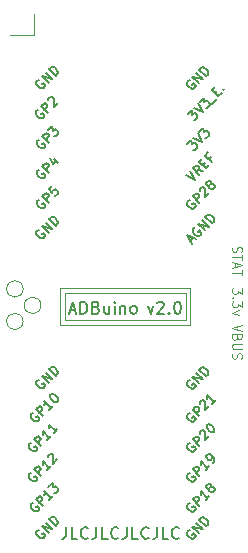
<source format=gbr>
%TF.GenerationSoftware,KiCad,Pcbnew,(7.0.0)*%
%TF.CreationDate,2023-03-17T13:32:38-05:00*%
%TF.ProjectId,adbuino,61646275-696e-46f2-9e6b-696361645f70,rev?*%
%TF.SameCoordinates,Original*%
%TF.FileFunction,Legend,Top*%
%TF.FilePolarity,Positive*%
%FSLAX46Y46*%
G04 Gerber Fmt 4.6, Leading zero omitted, Abs format (unit mm)*
G04 Created by KiCad (PCBNEW (7.0.0)) date 2023-03-17 13:32:38*
%MOMM*%
%LPD*%
G01*
G04 APERTURE LIST*
%ADD10C,0.120000*%
%ADD11C,0.100000*%
%ADD12C,0.150000*%
%ADD13C,1.000000*%
%ADD14C,2.000000*%
%ADD15C,0.001000*%
%ADD16O,1.800000X1.800000*%
%ADD17O,1.500000X1.500000*%
%ADD18O,1.700000X1.700000*%
%ADD19R,1.700000X1.700000*%
%ADD20C,3.316000*%
%ADD21O,1.800000X3.600000*%
G04 APERTURE END LIST*
D10*
X18800000Y77950000D02*
X29100000Y77950000D01*
X29100000Y77950000D02*
X29100000Y75650000D01*
X29100000Y75650000D02*
X18800000Y75650000D01*
X18800000Y75650000D02*
X18800000Y77950000D01*
X18450000Y78350000D02*
X29450000Y78350000D01*
X29450000Y78350000D02*
X29450000Y75250000D01*
X29450000Y75250000D02*
X18450000Y75250000D01*
X18450000Y75250000D02*
X18450000Y78350000D01*
D11*
X33806095Y75266667D02*
X33006095Y75000000D01*
X33006095Y75000000D02*
X33806095Y74733334D01*
X33425142Y74200001D02*
X33387047Y74085715D01*
X33387047Y74085715D02*
X33348952Y74047620D01*
X33348952Y74047620D02*
X33272761Y74009524D01*
X33272761Y74009524D02*
X33158476Y74009524D01*
X33158476Y74009524D02*
X33082285Y74047620D01*
X33082285Y74047620D02*
X33044190Y74085715D01*
X33044190Y74085715D02*
X33006095Y74161905D01*
X33006095Y74161905D02*
X33006095Y74466667D01*
X33006095Y74466667D02*
X33806095Y74466667D01*
X33806095Y74466667D02*
X33806095Y74200001D01*
X33806095Y74200001D02*
X33768000Y74123810D01*
X33768000Y74123810D02*
X33729904Y74085715D01*
X33729904Y74085715D02*
X33653714Y74047620D01*
X33653714Y74047620D02*
X33577523Y74047620D01*
X33577523Y74047620D02*
X33501333Y74085715D01*
X33501333Y74085715D02*
X33463238Y74123810D01*
X33463238Y74123810D02*
X33425142Y74200001D01*
X33425142Y74200001D02*
X33425142Y74466667D01*
X33806095Y73666667D02*
X33158476Y73666667D01*
X33158476Y73666667D02*
X33082285Y73628572D01*
X33082285Y73628572D02*
X33044190Y73590477D01*
X33044190Y73590477D02*
X33006095Y73514286D01*
X33006095Y73514286D02*
X33006095Y73361905D01*
X33006095Y73361905D02*
X33044190Y73285715D01*
X33044190Y73285715D02*
X33082285Y73247620D01*
X33082285Y73247620D02*
X33158476Y73209524D01*
X33158476Y73209524D02*
X33806095Y73209524D01*
X33044190Y72866668D02*
X33006095Y72752382D01*
X33006095Y72752382D02*
X33006095Y72561906D01*
X33006095Y72561906D02*
X33044190Y72485715D01*
X33044190Y72485715D02*
X33082285Y72447620D01*
X33082285Y72447620D02*
X33158476Y72409525D01*
X33158476Y72409525D02*
X33234666Y72409525D01*
X33234666Y72409525D02*
X33310857Y72447620D01*
X33310857Y72447620D02*
X33348952Y72485715D01*
X33348952Y72485715D02*
X33387047Y72561906D01*
X33387047Y72561906D02*
X33425142Y72714287D01*
X33425142Y72714287D02*
X33463238Y72790477D01*
X33463238Y72790477D02*
X33501333Y72828572D01*
X33501333Y72828572D02*
X33577523Y72866668D01*
X33577523Y72866668D02*
X33653714Y72866668D01*
X33653714Y72866668D02*
X33729904Y72828572D01*
X33729904Y72828572D02*
X33768000Y72790477D01*
X33768000Y72790477D02*
X33806095Y72714287D01*
X33806095Y72714287D02*
X33806095Y72523810D01*
X33806095Y72523810D02*
X33768000Y72409525D01*
X33806095Y78392858D02*
X33806095Y77897620D01*
X33806095Y77897620D02*
X33501333Y78164286D01*
X33501333Y78164286D02*
X33501333Y78050001D01*
X33501333Y78050001D02*
X33463238Y77973810D01*
X33463238Y77973810D02*
X33425142Y77935715D01*
X33425142Y77935715D02*
X33348952Y77897620D01*
X33348952Y77897620D02*
X33158476Y77897620D01*
X33158476Y77897620D02*
X33082285Y77935715D01*
X33082285Y77935715D02*
X33044190Y77973810D01*
X33044190Y77973810D02*
X33006095Y78050001D01*
X33006095Y78050001D02*
X33006095Y78278572D01*
X33006095Y78278572D02*
X33044190Y78354763D01*
X33044190Y78354763D02*
X33082285Y78392858D01*
X33082285Y77554762D02*
X33044190Y77516667D01*
X33044190Y77516667D02*
X33006095Y77554762D01*
X33006095Y77554762D02*
X33044190Y77592858D01*
X33044190Y77592858D02*
X33082285Y77554762D01*
X33082285Y77554762D02*
X33006095Y77554762D01*
X33806095Y77250001D02*
X33806095Y76754763D01*
X33806095Y76754763D02*
X33501333Y77021429D01*
X33501333Y77021429D02*
X33501333Y76907144D01*
X33501333Y76907144D02*
X33463238Y76830953D01*
X33463238Y76830953D02*
X33425142Y76792858D01*
X33425142Y76792858D02*
X33348952Y76754763D01*
X33348952Y76754763D02*
X33158476Y76754763D01*
X33158476Y76754763D02*
X33082285Y76792858D01*
X33082285Y76792858D02*
X33044190Y76830953D01*
X33044190Y76830953D02*
X33006095Y76907144D01*
X33006095Y76907144D02*
X33006095Y77135715D01*
X33006095Y77135715D02*
X33044190Y77211906D01*
X33044190Y77211906D02*
X33082285Y77250001D01*
X33539428Y76488096D02*
X33006095Y76297620D01*
X33006095Y76297620D02*
X33539428Y76107143D01*
X33044190Y81880953D02*
X33006095Y81766667D01*
X33006095Y81766667D02*
X33006095Y81576191D01*
X33006095Y81576191D02*
X33044190Y81500000D01*
X33044190Y81500000D02*
X33082285Y81461905D01*
X33082285Y81461905D02*
X33158476Y81423810D01*
X33158476Y81423810D02*
X33234666Y81423810D01*
X33234666Y81423810D02*
X33310857Y81461905D01*
X33310857Y81461905D02*
X33348952Y81500000D01*
X33348952Y81500000D02*
X33387047Y81576191D01*
X33387047Y81576191D02*
X33425142Y81728572D01*
X33425142Y81728572D02*
X33463238Y81804762D01*
X33463238Y81804762D02*
X33501333Y81842857D01*
X33501333Y81842857D02*
X33577523Y81880953D01*
X33577523Y81880953D02*
X33653714Y81880953D01*
X33653714Y81880953D02*
X33729904Y81842857D01*
X33729904Y81842857D02*
X33768000Y81804762D01*
X33768000Y81804762D02*
X33806095Y81728572D01*
X33806095Y81728572D02*
X33806095Y81538095D01*
X33806095Y81538095D02*
X33768000Y81423810D01*
X33806095Y81195238D02*
X33806095Y80738095D01*
X33006095Y80966667D02*
X33806095Y80966667D01*
X33234666Y80509524D02*
X33234666Y80128571D01*
X33006095Y80585714D02*
X33806095Y80319047D01*
X33806095Y80319047D02*
X33006095Y80052381D01*
X33806095Y79900000D02*
X33806095Y79442857D01*
X33006095Y79671429D02*
X33806095Y79671429D01*
D12*
X18930951Y58132620D02*
X18930951Y57418334D01*
X18930951Y57418334D02*
X18883332Y57275477D01*
X18883332Y57275477D02*
X18788094Y57180239D01*
X18788094Y57180239D02*
X18645237Y57132620D01*
X18645237Y57132620D02*
X18549999Y57132620D01*
X19883332Y57132620D02*
X19407142Y57132620D01*
X19407142Y57132620D02*
X19407142Y58132620D01*
X20788094Y57227858D02*
X20740475Y57180239D01*
X20740475Y57180239D02*
X20597618Y57132620D01*
X20597618Y57132620D02*
X20502380Y57132620D01*
X20502380Y57132620D02*
X20359523Y57180239D01*
X20359523Y57180239D02*
X20264285Y57275477D01*
X20264285Y57275477D02*
X20216666Y57370715D01*
X20216666Y57370715D02*
X20169047Y57561191D01*
X20169047Y57561191D02*
X20169047Y57704048D01*
X20169047Y57704048D02*
X20216666Y57894524D01*
X20216666Y57894524D02*
X20264285Y57989762D01*
X20264285Y57989762D02*
X20359523Y58085000D01*
X20359523Y58085000D02*
X20502380Y58132620D01*
X20502380Y58132620D02*
X20597618Y58132620D01*
X20597618Y58132620D02*
X20740475Y58085000D01*
X20740475Y58085000D02*
X20788094Y58037381D01*
X21502380Y58132620D02*
X21502380Y57418334D01*
X21502380Y57418334D02*
X21454761Y57275477D01*
X21454761Y57275477D02*
X21359523Y57180239D01*
X21359523Y57180239D02*
X21216666Y57132620D01*
X21216666Y57132620D02*
X21121428Y57132620D01*
X22454761Y57132620D02*
X21978571Y57132620D01*
X21978571Y57132620D02*
X21978571Y58132620D01*
X23359523Y57227858D02*
X23311904Y57180239D01*
X23311904Y57180239D02*
X23169047Y57132620D01*
X23169047Y57132620D02*
X23073809Y57132620D01*
X23073809Y57132620D02*
X22930952Y57180239D01*
X22930952Y57180239D02*
X22835714Y57275477D01*
X22835714Y57275477D02*
X22788095Y57370715D01*
X22788095Y57370715D02*
X22740476Y57561191D01*
X22740476Y57561191D02*
X22740476Y57704048D01*
X22740476Y57704048D02*
X22788095Y57894524D01*
X22788095Y57894524D02*
X22835714Y57989762D01*
X22835714Y57989762D02*
X22930952Y58085000D01*
X22930952Y58085000D02*
X23073809Y58132620D01*
X23073809Y58132620D02*
X23169047Y58132620D01*
X23169047Y58132620D02*
X23311904Y58085000D01*
X23311904Y58085000D02*
X23359523Y58037381D01*
X24073809Y58132620D02*
X24073809Y57418334D01*
X24073809Y57418334D02*
X24026190Y57275477D01*
X24026190Y57275477D02*
X23930952Y57180239D01*
X23930952Y57180239D02*
X23788095Y57132620D01*
X23788095Y57132620D02*
X23692857Y57132620D01*
X25026190Y57132620D02*
X24550000Y57132620D01*
X24550000Y57132620D02*
X24550000Y58132620D01*
X25930952Y57227858D02*
X25883333Y57180239D01*
X25883333Y57180239D02*
X25740476Y57132620D01*
X25740476Y57132620D02*
X25645238Y57132620D01*
X25645238Y57132620D02*
X25502381Y57180239D01*
X25502381Y57180239D02*
X25407143Y57275477D01*
X25407143Y57275477D02*
X25359524Y57370715D01*
X25359524Y57370715D02*
X25311905Y57561191D01*
X25311905Y57561191D02*
X25311905Y57704048D01*
X25311905Y57704048D02*
X25359524Y57894524D01*
X25359524Y57894524D02*
X25407143Y57989762D01*
X25407143Y57989762D02*
X25502381Y58085000D01*
X25502381Y58085000D02*
X25645238Y58132620D01*
X25645238Y58132620D02*
X25740476Y58132620D01*
X25740476Y58132620D02*
X25883333Y58085000D01*
X25883333Y58085000D02*
X25930952Y58037381D01*
X26645238Y58132620D02*
X26645238Y57418334D01*
X26645238Y57418334D02*
X26597619Y57275477D01*
X26597619Y57275477D02*
X26502381Y57180239D01*
X26502381Y57180239D02*
X26359524Y57132620D01*
X26359524Y57132620D02*
X26264286Y57132620D01*
X27597619Y57132620D02*
X27121429Y57132620D01*
X27121429Y57132620D02*
X27121429Y58132620D01*
X28502381Y57227858D02*
X28454762Y57180239D01*
X28454762Y57180239D02*
X28311905Y57132620D01*
X28311905Y57132620D02*
X28216667Y57132620D01*
X28216667Y57132620D02*
X28073810Y57180239D01*
X28073810Y57180239D02*
X27978572Y57275477D01*
X27978572Y57275477D02*
X27930953Y57370715D01*
X27930953Y57370715D02*
X27883334Y57561191D01*
X27883334Y57561191D02*
X27883334Y57704048D01*
X27883334Y57704048D02*
X27930953Y57894524D01*
X27930953Y57894524D02*
X27978572Y57989762D01*
X27978572Y57989762D02*
X28073810Y58085000D01*
X28073810Y58085000D02*
X28216667Y58132620D01*
X28216667Y58132620D02*
X28311905Y58132620D01*
X28311905Y58132620D02*
X28454762Y58085000D01*
X28454762Y58085000D02*
X28502381Y58037381D01*
X19243238Y76491334D02*
X19719428Y76491334D01*
X19148000Y76205620D02*
X19481333Y77205620D01*
X19481333Y77205620D02*
X19814666Y76205620D01*
X20148000Y76205620D02*
X20148000Y77205620D01*
X20148000Y77205620D02*
X20386095Y77205620D01*
X20386095Y77205620D02*
X20528952Y77158000D01*
X20528952Y77158000D02*
X20624190Y77062762D01*
X20624190Y77062762D02*
X20671809Y76967524D01*
X20671809Y76967524D02*
X20719428Y76777048D01*
X20719428Y76777048D02*
X20719428Y76634191D01*
X20719428Y76634191D02*
X20671809Y76443715D01*
X20671809Y76443715D02*
X20624190Y76348477D01*
X20624190Y76348477D02*
X20528952Y76253239D01*
X20528952Y76253239D02*
X20386095Y76205620D01*
X20386095Y76205620D02*
X20148000Y76205620D01*
X21481333Y76729429D02*
X21624190Y76681810D01*
X21624190Y76681810D02*
X21671809Y76634191D01*
X21671809Y76634191D02*
X21719428Y76538953D01*
X21719428Y76538953D02*
X21719428Y76396096D01*
X21719428Y76396096D02*
X21671809Y76300858D01*
X21671809Y76300858D02*
X21624190Y76253239D01*
X21624190Y76253239D02*
X21528952Y76205620D01*
X21528952Y76205620D02*
X21148000Y76205620D01*
X21148000Y76205620D02*
X21148000Y77205620D01*
X21148000Y77205620D02*
X21481333Y77205620D01*
X21481333Y77205620D02*
X21576571Y77158000D01*
X21576571Y77158000D02*
X21624190Y77110381D01*
X21624190Y77110381D02*
X21671809Y77015143D01*
X21671809Y77015143D02*
X21671809Y76919905D01*
X21671809Y76919905D02*
X21624190Y76824667D01*
X21624190Y76824667D02*
X21576571Y76777048D01*
X21576571Y76777048D02*
X21481333Y76729429D01*
X21481333Y76729429D02*
X21148000Y76729429D01*
X22576571Y76872286D02*
X22576571Y76205620D01*
X22148000Y76872286D02*
X22148000Y76348477D01*
X22148000Y76348477D02*
X22195619Y76253239D01*
X22195619Y76253239D02*
X22290857Y76205620D01*
X22290857Y76205620D02*
X22433714Y76205620D01*
X22433714Y76205620D02*
X22528952Y76253239D01*
X22528952Y76253239D02*
X22576571Y76300858D01*
X23052762Y76205620D02*
X23052762Y76872286D01*
X23052762Y77205620D02*
X23005143Y77158000D01*
X23005143Y77158000D02*
X23052762Y77110381D01*
X23052762Y77110381D02*
X23100381Y77158000D01*
X23100381Y77158000D02*
X23052762Y77205620D01*
X23052762Y77205620D02*
X23052762Y77110381D01*
X23528952Y76872286D02*
X23528952Y76205620D01*
X23528952Y76777048D02*
X23576571Y76824667D01*
X23576571Y76824667D02*
X23671809Y76872286D01*
X23671809Y76872286D02*
X23814666Y76872286D01*
X23814666Y76872286D02*
X23909904Y76824667D01*
X23909904Y76824667D02*
X23957523Y76729429D01*
X23957523Y76729429D02*
X23957523Y76205620D01*
X24576571Y76205620D02*
X24481333Y76253239D01*
X24481333Y76253239D02*
X24433714Y76300858D01*
X24433714Y76300858D02*
X24386095Y76396096D01*
X24386095Y76396096D02*
X24386095Y76681810D01*
X24386095Y76681810D02*
X24433714Y76777048D01*
X24433714Y76777048D02*
X24481333Y76824667D01*
X24481333Y76824667D02*
X24576571Y76872286D01*
X24576571Y76872286D02*
X24719428Y76872286D01*
X24719428Y76872286D02*
X24814666Y76824667D01*
X24814666Y76824667D02*
X24862285Y76777048D01*
X24862285Y76777048D02*
X24909904Y76681810D01*
X24909904Y76681810D02*
X24909904Y76396096D01*
X24909904Y76396096D02*
X24862285Y76300858D01*
X24862285Y76300858D02*
X24814666Y76253239D01*
X24814666Y76253239D02*
X24719428Y76205620D01*
X24719428Y76205620D02*
X24576571Y76205620D01*
X25843238Y76872286D02*
X26081333Y76205620D01*
X26081333Y76205620D02*
X26319428Y76872286D01*
X26652762Y77110381D02*
X26700381Y77158000D01*
X26700381Y77158000D02*
X26795619Y77205620D01*
X26795619Y77205620D02*
X27033714Y77205620D01*
X27033714Y77205620D02*
X27128952Y77158000D01*
X27128952Y77158000D02*
X27176571Y77110381D01*
X27176571Y77110381D02*
X27224190Y77015143D01*
X27224190Y77015143D02*
X27224190Y76919905D01*
X27224190Y76919905D02*
X27176571Y76777048D01*
X27176571Y76777048D02*
X26605143Y76205620D01*
X26605143Y76205620D02*
X27224190Y76205620D01*
X27652762Y76300858D02*
X27700381Y76253239D01*
X27700381Y76253239D02*
X27652762Y76205620D01*
X27652762Y76205620D02*
X27605143Y76253239D01*
X27605143Y76253239D02*
X27652762Y76300858D01*
X27652762Y76300858D02*
X27652762Y76205620D01*
X28319428Y77205620D02*
X28414666Y77205620D01*
X28414666Y77205620D02*
X28509904Y77158000D01*
X28509904Y77158000D02*
X28557523Y77110381D01*
X28557523Y77110381D02*
X28605142Y77015143D01*
X28605142Y77015143D02*
X28652761Y76824667D01*
X28652761Y76824667D02*
X28652761Y76586572D01*
X28652761Y76586572D02*
X28605142Y76396096D01*
X28605142Y76396096D02*
X28557523Y76300858D01*
X28557523Y76300858D02*
X28509904Y76253239D01*
X28509904Y76253239D02*
X28414666Y76205620D01*
X28414666Y76205620D02*
X28319428Y76205620D01*
X28319428Y76205620D02*
X28224190Y76253239D01*
X28224190Y76253239D02*
X28176571Y76300858D01*
X28176571Y76300858D02*
X28128952Y76396096D01*
X28128952Y76396096D02*
X28081333Y76586572D01*
X28081333Y76586572D02*
X28081333Y76824667D01*
X28081333Y76824667D02*
X28128952Y77015143D01*
X28128952Y77015143D02*
X28176571Y77110381D01*
X28176571Y77110381D02*
X28224190Y77158000D01*
X28224190Y77158000D02*
X28319428Y77205620D01*
%TO.C,U2*%
X15995638Y65277491D02*
X15914826Y65250554D01*
X15914826Y65250554D02*
X15834014Y65169742D01*
X15834014Y65169742D02*
X15780139Y65061992D01*
X15780139Y65061992D02*
X15780139Y64954242D01*
X15780139Y64954242D02*
X15807077Y64873430D01*
X15807077Y64873430D02*
X15887889Y64738743D01*
X15887889Y64738743D02*
X15968701Y64657931D01*
X15968701Y64657931D02*
X16103388Y64577119D01*
X16103388Y64577119D02*
X16184200Y64550181D01*
X16184200Y64550181D02*
X16291950Y64550181D01*
X16291950Y64550181D02*
X16399699Y64604056D01*
X16399699Y64604056D02*
X16453574Y64657931D01*
X16453574Y64657931D02*
X16507449Y64765681D01*
X16507449Y64765681D02*
X16507449Y64819555D01*
X16507449Y64819555D02*
X16318887Y65008117D01*
X16318887Y65008117D02*
X16211138Y64900368D01*
X16803760Y65008117D02*
X16238075Y65573803D01*
X16238075Y65573803D02*
X16453574Y65789302D01*
X16453574Y65789302D02*
X16534386Y65816239D01*
X16534386Y65816239D02*
X16588261Y65816239D01*
X16588261Y65816239D02*
X16669073Y65789302D01*
X16669073Y65789302D02*
X16749886Y65708490D01*
X16749886Y65708490D02*
X16776823Y65627677D01*
X16776823Y65627677D02*
X16776823Y65573803D01*
X16776823Y65573803D02*
X16749886Y65492990D01*
X16749886Y65492990D02*
X16534386Y65277491D01*
X17665757Y65870114D02*
X17342508Y65546865D01*
X17504133Y65708490D02*
X16938447Y66274175D01*
X16938447Y66274175D02*
X16965385Y66139488D01*
X16965385Y66139488D02*
X16965385Y66031739D01*
X16965385Y66031739D02*
X16938447Y65950926D01*
X18204505Y66408862D02*
X17881257Y66085613D01*
X18042881Y66247238D02*
X17477196Y66812923D01*
X17477196Y66812923D02*
X17504133Y66678236D01*
X17504133Y66678236D02*
X17504133Y66570487D01*
X17504133Y66570487D02*
X17477196Y66489674D01*
X29449514Y82337120D02*
X29718888Y82606494D01*
X29557263Y82121620D02*
X29180140Y82875868D01*
X29180140Y82875868D02*
X29934387Y82498744D01*
X29880512Y83522365D02*
X29799700Y83495428D01*
X29799700Y83495428D02*
X29718888Y83414615D01*
X29718888Y83414615D02*
X29665013Y83306866D01*
X29665013Y83306866D02*
X29665013Y83199116D01*
X29665013Y83199116D02*
X29691950Y83118304D01*
X29691950Y83118304D02*
X29772762Y82983617D01*
X29772762Y82983617D02*
X29853575Y82902805D01*
X29853575Y82902805D02*
X29988262Y82821993D01*
X29988262Y82821993D02*
X30069074Y82795055D01*
X30069074Y82795055D02*
X30176823Y82795055D01*
X30176823Y82795055D02*
X30284573Y82848930D01*
X30284573Y82848930D02*
X30338448Y82902805D01*
X30338448Y82902805D02*
X30392323Y83010554D01*
X30392323Y83010554D02*
X30392323Y83064429D01*
X30392323Y83064429D02*
X30203761Y83252991D01*
X30203761Y83252991D02*
X30096011Y83145241D01*
X30688634Y83252991D02*
X30122949Y83818676D01*
X30122949Y83818676D02*
X31011883Y83576240D01*
X31011883Y83576240D02*
X30446197Y84141925D01*
X31281257Y83845614D02*
X30715571Y84411299D01*
X30715571Y84411299D02*
X30850258Y84545986D01*
X30850258Y84545986D02*
X30958008Y84599861D01*
X30958008Y84599861D02*
X31065758Y84599861D01*
X31065758Y84599861D02*
X31146570Y84572923D01*
X31146570Y84572923D02*
X31281257Y84492111D01*
X31281257Y84492111D02*
X31362069Y84411299D01*
X31362069Y84411299D02*
X31442881Y84276612D01*
X31442881Y84276612D02*
X31469819Y84195800D01*
X31469819Y84195800D02*
X31469819Y84088050D01*
X31469819Y84088050D02*
X31415944Y83980301D01*
X31415944Y83980301D02*
X31281257Y83845614D01*
X29384076Y57879928D02*
X29303263Y57852991D01*
X29303263Y57852991D02*
X29222451Y57772179D01*
X29222451Y57772179D02*
X29168576Y57664429D01*
X29168576Y57664429D02*
X29168576Y57556680D01*
X29168576Y57556680D02*
X29195514Y57475867D01*
X29195514Y57475867D02*
X29276326Y57341180D01*
X29276326Y57341180D02*
X29357138Y57260368D01*
X29357138Y57260368D02*
X29491825Y57179556D01*
X29491825Y57179556D02*
X29572637Y57152619D01*
X29572637Y57152619D02*
X29680387Y57152619D01*
X29680387Y57152619D02*
X29788137Y57206493D01*
X29788137Y57206493D02*
X29842011Y57260368D01*
X29842011Y57260368D02*
X29895886Y57368118D01*
X29895886Y57368118D02*
X29895886Y57421993D01*
X29895886Y57421993D02*
X29707324Y57610554D01*
X29707324Y57610554D02*
X29599575Y57502805D01*
X30192198Y57610554D02*
X29626512Y58176240D01*
X29626512Y58176240D02*
X30515446Y57933803D01*
X30515446Y57933803D02*
X29949761Y58499489D01*
X30784820Y58203177D02*
X30219135Y58768863D01*
X30219135Y58768863D02*
X30353822Y58903550D01*
X30353822Y58903550D02*
X30461571Y58957424D01*
X30461571Y58957424D02*
X30569321Y58957424D01*
X30569321Y58957424D02*
X30650133Y58930487D01*
X30650133Y58930487D02*
X30784820Y58849675D01*
X30784820Y58849675D02*
X30865632Y58768863D01*
X30865632Y58768863D02*
X30946445Y58634176D01*
X30946445Y58634176D02*
X30973382Y58553363D01*
X30973382Y58553363D02*
X30973382Y58445614D01*
X30973382Y58445614D02*
X30919507Y58337864D01*
X30919507Y58337864D02*
X30784820Y58203177D01*
X29384076Y95979928D02*
X29303263Y95952991D01*
X29303263Y95952991D02*
X29222451Y95872179D01*
X29222451Y95872179D02*
X29168576Y95764429D01*
X29168576Y95764429D02*
X29168576Y95656680D01*
X29168576Y95656680D02*
X29195514Y95575867D01*
X29195514Y95575867D02*
X29276326Y95441180D01*
X29276326Y95441180D02*
X29357138Y95360368D01*
X29357138Y95360368D02*
X29491825Y95279556D01*
X29491825Y95279556D02*
X29572637Y95252619D01*
X29572637Y95252619D02*
X29680387Y95252619D01*
X29680387Y95252619D02*
X29788137Y95306493D01*
X29788137Y95306493D02*
X29842011Y95360368D01*
X29842011Y95360368D02*
X29895886Y95468118D01*
X29895886Y95468118D02*
X29895886Y95521993D01*
X29895886Y95521993D02*
X29707324Y95710554D01*
X29707324Y95710554D02*
X29599575Y95602805D01*
X30192198Y95710554D02*
X29626512Y96276240D01*
X29626512Y96276240D02*
X30515446Y96033803D01*
X30515446Y96033803D02*
X29949761Y96599489D01*
X30784820Y96303177D02*
X30219135Y96868863D01*
X30219135Y96868863D02*
X30353822Y97003550D01*
X30353822Y97003550D02*
X30461571Y97057424D01*
X30461571Y97057424D02*
X30569321Y97057424D01*
X30569321Y97057424D02*
X30650133Y97030487D01*
X30650133Y97030487D02*
X30784820Y96949675D01*
X30784820Y96949675D02*
X30865632Y96868863D01*
X30865632Y96868863D02*
X30946445Y96734176D01*
X30946445Y96734176D02*
X30973382Y96653363D01*
X30973382Y96653363D02*
X30973382Y96545614D01*
X30973382Y96545614D02*
X30919507Y96437864D01*
X30919507Y96437864D02*
X30784820Y96303177D01*
X16141638Y60197491D02*
X16060826Y60170554D01*
X16060826Y60170554D02*
X15980014Y60089742D01*
X15980014Y60089742D02*
X15926139Y59981992D01*
X15926139Y59981992D02*
X15926139Y59874242D01*
X15926139Y59874242D02*
X15953077Y59793430D01*
X15953077Y59793430D02*
X16033889Y59658743D01*
X16033889Y59658743D02*
X16114701Y59577931D01*
X16114701Y59577931D02*
X16249388Y59497119D01*
X16249388Y59497119D02*
X16330200Y59470181D01*
X16330200Y59470181D02*
X16437950Y59470181D01*
X16437950Y59470181D02*
X16545699Y59524056D01*
X16545699Y59524056D02*
X16599574Y59577931D01*
X16599574Y59577931D02*
X16653449Y59685681D01*
X16653449Y59685681D02*
X16653449Y59739555D01*
X16653449Y59739555D02*
X16464887Y59928117D01*
X16464887Y59928117D02*
X16357138Y59820368D01*
X16949760Y59928117D02*
X16384075Y60493803D01*
X16384075Y60493803D02*
X16599574Y60709302D01*
X16599574Y60709302D02*
X16680386Y60736239D01*
X16680386Y60736239D02*
X16734261Y60736239D01*
X16734261Y60736239D02*
X16815073Y60709302D01*
X16815073Y60709302D02*
X16895886Y60628490D01*
X16895886Y60628490D02*
X16922823Y60547677D01*
X16922823Y60547677D02*
X16922823Y60493803D01*
X16922823Y60493803D02*
X16895886Y60412990D01*
X16895886Y60412990D02*
X16680386Y60197491D01*
X17811757Y60790114D02*
X17488508Y60466865D01*
X17650133Y60628490D02*
X17084447Y61194175D01*
X17084447Y61194175D02*
X17111385Y61059488D01*
X17111385Y61059488D02*
X17111385Y60951739D01*
X17111385Y60951739D02*
X17084447Y60870926D01*
X17434634Y61544362D02*
X17784820Y61894548D01*
X17784820Y61894548D02*
X17811757Y61490487D01*
X17811757Y61490487D02*
X17892570Y61571299D01*
X17892570Y61571299D02*
X17973382Y61598236D01*
X17973382Y61598236D02*
X18027257Y61598236D01*
X18027257Y61598236D02*
X18108069Y61571299D01*
X18108069Y61571299D02*
X18242756Y61436612D01*
X18242756Y61436612D02*
X18269693Y61355800D01*
X18269693Y61355800D02*
X18269693Y61301925D01*
X18269693Y61301925D02*
X18242756Y61221113D01*
X18242756Y61221113D02*
X18081131Y61059488D01*
X18081131Y61059488D02*
X18000319Y61032551D01*
X18000319Y61032551D02*
X17946444Y61032551D01*
X29072390Y87940117D02*
X29826637Y87562994D01*
X29826637Y87562994D02*
X29449513Y88317241D01*
X30527009Y88263366D02*
X30069073Y88344178D01*
X30203760Y87940117D02*
X29638075Y88505803D01*
X29638075Y88505803D02*
X29853574Y88721302D01*
X29853574Y88721302D02*
X29934386Y88748239D01*
X29934386Y88748239D02*
X29988261Y88748239D01*
X29988261Y88748239D02*
X30069073Y88721302D01*
X30069073Y88721302D02*
X30149886Y88640490D01*
X30149886Y88640490D02*
X30176823Y88559677D01*
X30176823Y88559677D02*
X30176823Y88505803D01*
X30176823Y88505803D02*
X30149886Y88424990D01*
X30149886Y88424990D02*
X29934386Y88209491D01*
X30473134Y88802114D02*
X30661696Y88990676D01*
X31038820Y88775177D02*
X30769446Y88505803D01*
X30769446Y88505803D02*
X30203760Y89071488D01*
X30203760Y89071488D02*
X30473134Y89340862D01*
X31173507Y89502487D02*
X30984945Y89313925D01*
X31281257Y89017614D02*
X30715571Y89583299D01*
X30715571Y89583299D02*
X30984945Y89852673D01*
X16665013Y88406866D02*
X16584201Y88379928D01*
X16584201Y88379928D02*
X16503388Y88299116D01*
X16503388Y88299116D02*
X16449514Y88191367D01*
X16449514Y88191367D02*
X16449514Y88083617D01*
X16449514Y88083617D02*
X16476451Y88002805D01*
X16476451Y88002805D02*
X16557263Y87868118D01*
X16557263Y87868118D02*
X16638075Y87787305D01*
X16638075Y87787305D02*
X16772762Y87706493D01*
X16772762Y87706493D02*
X16853575Y87679556D01*
X16853575Y87679556D02*
X16961324Y87679556D01*
X16961324Y87679556D02*
X17069074Y87733431D01*
X17069074Y87733431D02*
X17122949Y87787305D01*
X17122949Y87787305D02*
X17176823Y87895055D01*
X17176823Y87895055D02*
X17176823Y87948930D01*
X17176823Y87948930D02*
X16988262Y88137492D01*
X16988262Y88137492D02*
X16880512Y88029742D01*
X17473135Y88137492D02*
X16907449Y88703177D01*
X16907449Y88703177D02*
X17122949Y88918676D01*
X17122949Y88918676D02*
X17203761Y88945614D01*
X17203761Y88945614D02*
X17257636Y88945614D01*
X17257636Y88945614D02*
X17338448Y88918676D01*
X17338448Y88918676D02*
X17419260Y88837864D01*
X17419260Y88837864D02*
X17446197Y88757052D01*
X17446197Y88757052D02*
X17446197Y88703177D01*
X17446197Y88703177D02*
X17419260Y88622365D01*
X17419260Y88622365D02*
X17203761Y88406866D01*
X17904133Y89322737D02*
X18281257Y88945614D01*
X17553947Y89403550D02*
X17823321Y88864802D01*
X17823321Y88864802D02*
X18173507Y89214988D01*
X29220048Y93119776D02*
X29570234Y93469962D01*
X29570234Y93469962D02*
X29597172Y93065901D01*
X29597172Y93065901D02*
X29677984Y93146713D01*
X29677984Y93146713D02*
X29758796Y93173650D01*
X29758796Y93173650D02*
X29812671Y93173650D01*
X29812671Y93173650D02*
X29893483Y93146713D01*
X29893483Y93146713D02*
X30028170Y93012026D01*
X30028170Y93012026D02*
X30055107Y92931214D01*
X30055107Y92931214D02*
X30055107Y92877339D01*
X30055107Y92877339D02*
X30028170Y92796527D01*
X30028170Y92796527D02*
X29866546Y92634902D01*
X29866546Y92634902D02*
X29785733Y92607965D01*
X29785733Y92607965D02*
X29731859Y92607965D01*
X29731859Y93631586D02*
X30486106Y93254463D01*
X30486106Y93254463D02*
X30108982Y94008710D01*
X30243669Y94143397D02*
X30593855Y94493583D01*
X30593855Y94493583D02*
X30620793Y94089522D01*
X30620793Y94089522D02*
X30701605Y94170334D01*
X30701605Y94170334D02*
X30782417Y94197272D01*
X30782417Y94197272D02*
X30836292Y94197272D01*
X30836292Y94197272D02*
X30917104Y94170334D01*
X30917104Y94170334D02*
X31051791Y94035647D01*
X31051791Y94035647D02*
X31078729Y93954835D01*
X31078729Y93954835D02*
X31078729Y93900960D01*
X31078729Y93900960D02*
X31051791Y93820148D01*
X31051791Y93820148D02*
X30890167Y93658524D01*
X30890167Y93658524D02*
X30809355Y93631586D01*
X30809355Y93631586D02*
X30755480Y93631586D01*
X31321165Y93981773D02*
X31752164Y94412771D01*
X31536665Y94897644D02*
X31725226Y95086206D01*
X32102350Y94870707D02*
X31832976Y94601333D01*
X31832976Y94601333D02*
X31267291Y95167018D01*
X31267291Y95167018D02*
X31536665Y95436392D01*
X32344787Y95113144D02*
X31779102Y95678829D01*
X31779102Y95678829D02*
X32668036Y95436393D01*
X32668036Y95436393D02*
X32102350Y96002078D01*
X29187764Y90587491D02*
X29537950Y90937678D01*
X29537950Y90937678D02*
X29564887Y90533617D01*
X29564887Y90533617D02*
X29645699Y90614429D01*
X29645699Y90614429D02*
X29726512Y90641366D01*
X29726512Y90641366D02*
X29780386Y90641366D01*
X29780386Y90641366D02*
X29861199Y90614429D01*
X29861199Y90614429D02*
X29995886Y90479742D01*
X29995886Y90479742D02*
X30022823Y90398930D01*
X30022823Y90398930D02*
X30022823Y90345055D01*
X30022823Y90345055D02*
X29995886Y90264243D01*
X29995886Y90264243D02*
X29834261Y90102618D01*
X29834261Y90102618D02*
X29753449Y90075681D01*
X29753449Y90075681D02*
X29699574Y90075681D01*
X29699574Y91099302D02*
X30453822Y90722179D01*
X30453822Y90722179D02*
X30076698Y91476426D01*
X30211385Y91611113D02*
X30561571Y91961299D01*
X30561571Y91961299D02*
X30588508Y91557238D01*
X30588508Y91557238D02*
X30669321Y91638050D01*
X30669321Y91638050D02*
X30750133Y91664987D01*
X30750133Y91664987D02*
X30804008Y91664987D01*
X30804008Y91664987D02*
X30884820Y91638050D01*
X30884820Y91638050D02*
X31019507Y91503363D01*
X31019507Y91503363D02*
X31046444Y91422551D01*
X31046444Y91422551D02*
X31046444Y91368676D01*
X31046444Y91368676D02*
X31019507Y91287864D01*
X31019507Y91287864D02*
X30857882Y91126239D01*
X30857882Y91126239D02*
X30777070Y91099302D01*
X30777070Y91099302D02*
X30723195Y91099302D01*
X29384076Y70579928D02*
X29303263Y70552991D01*
X29303263Y70552991D02*
X29222451Y70472179D01*
X29222451Y70472179D02*
X29168576Y70364429D01*
X29168576Y70364429D02*
X29168576Y70256680D01*
X29168576Y70256680D02*
X29195514Y70175867D01*
X29195514Y70175867D02*
X29276326Y70041180D01*
X29276326Y70041180D02*
X29357138Y69960368D01*
X29357138Y69960368D02*
X29491825Y69879556D01*
X29491825Y69879556D02*
X29572637Y69852619D01*
X29572637Y69852619D02*
X29680387Y69852619D01*
X29680387Y69852619D02*
X29788137Y69906493D01*
X29788137Y69906493D02*
X29842011Y69960368D01*
X29842011Y69960368D02*
X29895886Y70068118D01*
X29895886Y70068118D02*
X29895886Y70121993D01*
X29895886Y70121993D02*
X29707324Y70310554D01*
X29707324Y70310554D02*
X29599575Y70202805D01*
X30192198Y70310554D02*
X29626512Y70876240D01*
X29626512Y70876240D02*
X30515446Y70633803D01*
X30515446Y70633803D02*
X29949761Y71199489D01*
X30784820Y70903177D02*
X30219135Y71468863D01*
X30219135Y71468863D02*
X30353822Y71603550D01*
X30353822Y71603550D02*
X30461571Y71657424D01*
X30461571Y71657424D02*
X30569321Y71657424D01*
X30569321Y71657424D02*
X30650133Y71630487D01*
X30650133Y71630487D02*
X30784820Y71549675D01*
X30784820Y71549675D02*
X30865632Y71468863D01*
X30865632Y71468863D02*
X30946445Y71334176D01*
X30946445Y71334176D02*
X30973382Y71253363D01*
X30973382Y71253363D02*
X30973382Y71145614D01*
X30973382Y71145614D02*
X30919507Y71037864D01*
X30919507Y71037864D02*
X30784820Y70903177D01*
X16638076Y83299928D02*
X16557263Y83272991D01*
X16557263Y83272991D02*
X16476451Y83192179D01*
X16476451Y83192179D02*
X16422576Y83084429D01*
X16422576Y83084429D02*
X16422576Y82976680D01*
X16422576Y82976680D02*
X16449514Y82895867D01*
X16449514Y82895867D02*
X16530326Y82761180D01*
X16530326Y82761180D02*
X16611138Y82680368D01*
X16611138Y82680368D02*
X16745825Y82599556D01*
X16745825Y82599556D02*
X16826637Y82572619D01*
X16826637Y82572619D02*
X16934387Y82572619D01*
X16934387Y82572619D02*
X17042137Y82626493D01*
X17042137Y82626493D02*
X17096011Y82680368D01*
X17096011Y82680368D02*
X17149886Y82788118D01*
X17149886Y82788118D02*
X17149886Y82841993D01*
X17149886Y82841993D02*
X16961324Y83030554D01*
X16961324Y83030554D02*
X16853575Y82922805D01*
X17446198Y83030554D02*
X16880512Y83596240D01*
X16880512Y83596240D02*
X17769446Y83353803D01*
X17769446Y83353803D02*
X17203761Y83919489D01*
X18038820Y83623177D02*
X17473135Y84188863D01*
X17473135Y84188863D02*
X17607822Y84323550D01*
X17607822Y84323550D02*
X17715571Y84377424D01*
X17715571Y84377424D02*
X17823321Y84377424D01*
X17823321Y84377424D02*
X17904133Y84350487D01*
X17904133Y84350487D02*
X18038820Y84269675D01*
X18038820Y84269675D02*
X18119632Y84188863D01*
X18119632Y84188863D02*
X18200445Y84054176D01*
X18200445Y84054176D02*
X18227382Y83973363D01*
X18227382Y83973363D02*
X18227382Y83865614D01*
X18227382Y83865614D02*
X18173507Y83757864D01*
X18173507Y83757864D02*
X18038820Y83623177D01*
X29395638Y85831491D02*
X29314826Y85804554D01*
X29314826Y85804554D02*
X29234014Y85723742D01*
X29234014Y85723742D02*
X29180139Y85615992D01*
X29180139Y85615992D02*
X29180139Y85508242D01*
X29180139Y85508242D02*
X29207077Y85427430D01*
X29207077Y85427430D02*
X29287889Y85292743D01*
X29287889Y85292743D02*
X29368701Y85211931D01*
X29368701Y85211931D02*
X29503388Y85131119D01*
X29503388Y85131119D02*
X29584200Y85104181D01*
X29584200Y85104181D02*
X29691950Y85104181D01*
X29691950Y85104181D02*
X29799699Y85158056D01*
X29799699Y85158056D02*
X29853574Y85211931D01*
X29853574Y85211931D02*
X29907449Y85319681D01*
X29907449Y85319681D02*
X29907449Y85373555D01*
X29907449Y85373555D02*
X29718887Y85562117D01*
X29718887Y85562117D02*
X29611138Y85454368D01*
X30203760Y85562117D02*
X29638075Y86127803D01*
X29638075Y86127803D02*
X29853574Y86343302D01*
X29853574Y86343302D02*
X29934386Y86370239D01*
X29934386Y86370239D02*
X29988261Y86370239D01*
X29988261Y86370239D02*
X30069073Y86343302D01*
X30069073Y86343302D02*
X30149886Y86262490D01*
X30149886Y86262490D02*
X30176823Y86181677D01*
X30176823Y86181677D02*
X30176823Y86127803D01*
X30176823Y86127803D02*
X30149886Y86046990D01*
X30149886Y86046990D02*
X29934386Y85831491D01*
X30230698Y86612676D02*
X30230698Y86666551D01*
X30230698Y86666551D02*
X30257635Y86747363D01*
X30257635Y86747363D02*
X30392322Y86882050D01*
X30392322Y86882050D02*
X30473134Y86908987D01*
X30473134Y86908987D02*
X30527009Y86908987D01*
X30527009Y86908987D02*
X30607821Y86882050D01*
X30607821Y86882050D02*
X30661696Y86828175D01*
X30661696Y86828175D02*
X30715571Y86720426D01*
X30715571Y86720426D02*
X30715571Y86073928D01*
X30715571Y86073928D02*
X31065757Y86424114D01*
X31065757Y87070612D02*
X30984945Y87043674D01*
X30984945Y87043674D02*
X30931070Y87043674D01*
X30931070Y87043674D02*
X30850258Y87070612D01*
X30850258Y87070612D02*
X30823321Y87097549D01*
X30823321Y87097549D02*
X30796383Y87178362D01*
X30796383Y87178362D02*
X30796383Y87232236D01*
X30796383Y87232236D02*
X30823321Y87313049D01*
X30823321Y87313049D02*
X30931070Y87420798D01*
X30931070Y87420798D02*
X31011883Y87447736D01*
X31011883Y87447736D02*
X31065757Y87447736D01*
X31065757Y87447736D02*
X31146570Y87420798D01*
X31146570Y87420798D02*
X31173507Y87393861D01*
X31173507Y87393861D02*
X31200444Y87313049D01*
X31200444Y87313049D02*
X31200444Y87259174D01*
X31200444Y87259174D02*
X31173507Y87178362D01*
X31173507Y87178362D02*
X31065757Y87070612D01*
X31065757Y87070612D02*
X31038820Y86989800D01*
X31038820Y86989800D02*
X31038820Y86935925D01*
X31038820Y86935925D02*
X31065757Y86855113D01*
X31065757Y86855113D02*
X31173507Y86747363D01*
X31173507Y86747363D02*
X31254319Y86720426D01*
X31254319Y86720426D02*
X31308194Y86720426D01*
X31308194Y86720426D02*
X31389006Y86747363D01*
X31389006Y86747363D02*
X31496756Y86855113D01*
X31496756Y86855113D02*
X31523693Y86935925D01*
X31523693Y86935925D02*
X31523693Y86989800D01*
X31523693Y86989800D02*
X31496756Y87070612D01*
X31496756Y87070612D02*
X31389006Y87178362D01*
X31389006Y87178362D02*
X31308194Y87205299D01*
X31308194Y87205299D02*
X31254319Y87205299D01*
X31254319Y87205299D02*
X31173507Y87178362D01*
X16665013Y85866866D02*
X16584201Y85839928D01*
X16584201Y85839928D02*
X16503388Y85759116D01*
X16503388Y85759116D02*
X16449514Y85651367D01*
X16449514Y85651367D02*
X16449514Y85543617D01*
X16449514Y85543617D02*
X16476451Y85462805D01*
X16476451Y85462805D02*
X16557263Y85328118D01*
X16557263Y85328118D02*
X16638075Y85247305D01*
X16638075Y85247305D02*
X16772762Y85166493D01*
X16772762Y85166493D02*
X16853575Y85139556D01*
X16853575Y85139556D02*
X16961324Y85139556D01*
X16961324Y85139556D02*
X17069074Y85193431D01*
X17069074Y85193431D02*
X17122949Y85247305D01*
X17122949Y85247305D02*
X17176823Y85355055D01*
X17176823Y85355055D02*
X17176823Y85408930D01*
X17176823Y85408930D02*
X16988262Y85597492D01*
X16988262Y85597492D02*
X16880512Y85489742D01*
X17473135Y85597492D02*
X16907449Y86163177D01*
X16907449Y86163177D02*
X17122949Y86378676D01*
X17122949Y86378676D02*
X17203761Y86405614D01*
X17203761Y86405614D02*
X17257636Y86405614D01*
X17257636Y86405614D02*
X17338448Y86378676D01*
X17338448Y86378676D02*
X17419260Y86297864D01*
X17419260Y86297864D02*
X17446197Y86217052D01*
X17446197Y86217052D02*
X17446197Y86163177D01*
X17446197Y86163177D02*
X17419260Y86082365D01*
X17419260Y86082365D02*
X17203761Y85866866D01*
X17742509Y86998237D02*
X17473135Y86728863D01*
X17473135Y86728863D02*
X17715571Y86432551D01*
X17715571Y86432551D02*
X17715571Y86486426D01*
X17715571Y86486426D02*
X17742509Y86567238D01*
X17742509Y86567238D02*
X17877196Y86701925D01*
X17877196Y86701925D02*
X17958008Y86728863D01*
X17958008Y86728863D02*
X18011883Y86728863D01*
X18011883Y86728863D02*
X18092695Y86701925D01*
X18092695Y86701925D02*
X18227382Y86567238D01*
X18227382Y86567238D02*
X18254319Y86486426D01*
X18254319Y86486426D02*
X18254319Y86432551D01*
X18254319Y86432551D02*
X18227382Y86351739D01*
X18227382Y86351739D02*
X18092695Y86217052D01*
X18092695Y86217052D02*
X18011883Y86190115D01*
X18011883Y86190115D02*
X17958008Y86190115D01*
X16665013Y90946866D02*
X16584201Y90919928D01*
X16584201Y90919928D02*
X16503388Y90839116D01*
X16503388Y90839116D02*
X16449514Y90731367D01*
X16449514Y90731367D02*
X16449514Y90623617D01*
X16449514Y90623617D02*
X16476451Y90542805D01*
X16476451Y90542805D02*
X16557263Y90408118D01*
X16557263Y90408118D02*
X16638075Y90327305D01*
X16638075Y90327305D02*
X16772762Y90246493D01*
X16772762Y90246493D02*
X16853575Y90219556D01*
X16853575Y90219556D02*
X16961324Y90219556D01*
X16961324Y90219556D02*
X17069074Y90273431D01*
X17069074Y90273431D02*
X17122949Y90327305D01*
X17122949Y90327305D02*
X17176823Y90435055D01*
X17176823Y90435055D02*
X17176823Y90488930D01*
X17176823Y90488930D02*
X16988262Y90677492D01*
X16988262Y90677492D02*
X16880512Y90569742D01*
X17473135Y90677492D02*
X16907449Y91243177D01*
X16907449Y91243177D02*
X17122949Y91458676D01*
X17122949Y91458676D02*
X17203761Y91485614D01*
X17203761Y91485614D02*
X17257636Y91485614D01*
X17257636Y91485614D02*
X17338448Y91458676D01*
X17338448Y91458676D02*
X17419260Y91377864D01*
X17419260Y91377864D02*
X17446197Y91297052D01*
X17446197Y91297052D02*
X17446197Y91243177D01*
X17446197Y91243177D02*
X17419260Y91162365D01*
X17419260Y91162365D02*
X17203761Y90946866D01*
X17419260Y91754988D02*
X17769446Y92105174D01*
X17769446Y92105174D02*
X17796384Y91701113D01*
X17796384Y91701113D02*
X17877196Y91781925D01*
X17877196Y91781925D02*
X17958008Y91808863D01*
X17958008Y91808863D02*
X18011883Y91808863D01*
X18011883Y91808863D02*
X18092695Y91781925D01*
X18092695Y91781925D02*
X18227382Y91647238D01*
X18227382Y91647238D02*
X18254319Y91566426D01*
X18254319Y91566426D02*
X18254319Y91512551D01*
X18254319Y91512551D02*
X18227382Y91431739D01*
X18227382Y91431739D02*
X18065758Y91270115D01*
X18065758Y91270115D02*
X17984945Y91243177D01*
X17984945Y91243177D02*
X17931071Y91243177D01*
X16638076Y57899928D02*
X16557263Y57872991D01*
X16557263Y57872991D02*
X16476451Y57792179D01*
X16476451Y57792179D02*
X16422576Y57684429D01*
X16422576Y57684429D02*
X16422576Y57576680D01*
X16422576Y57576680D02*
X16449514Y57495867D01*
X16449514Y57495867D02*
X16530326Y57361180D01*
X16530326Y57361180D02*
X16611138Y57280368D01*
X16611138Y57280368D02*
X16745825Y57199556D01*
X16745825Y57199556D02*
X16826637Y57172619D01*
X16826637Y57172619D02*
X16934387Y57172619D01*
X16934387Y57172619D02*
X17042137Y57226493D01*
X17042137Y57226493D02*
X17096011Y57280368D01*
X17096011Y57280368D02*
X17149886Y57388118D01*
X17149886Y57388118D02*
X17149886Y57441993D01*
X17149886Y57441993D02*
X16961324Y57630554D01*
X16961324Y57630554D02*
X16853575Y57522805D01*
X17446198Y57630554D02*
X16880512Y58196240D01*
X16880512Y58196240D02*
X17769446Y57953803D01*
X17769446Y57953803D02*
X17203761Y58519489D01*
X18038820Y58223177D02*
X17473135Y58788863D01*
X17473135Y58788863D02*
X17607822Y58923550D01*
X17607822Y58923550D02*
X17715571Y58977424D01*
X17715571Y58977424D02*
X17823321Y58977424D01*
X17823321Y58977424D02*
X17904133Y58950487D01*
X17904133Y58950487D02*
X18038820Y58869675D01*
X18038820Y58869675D02*
X18119632Y58788863D01*
X18119632Y58788863D02*
X18200445Y58654176D01*
X18200445Y58654176D02*
X18227382Y58573363D01*
X18227382Y58573363D02*
X18227382Y58465614D01*
X18227382Y58465614D02*
X18173507Y58357864D01*
X18173507Y58357864D02*
X18038820Y58223177D01*
X16638076Y95999928D02*
X16557263Y95972991D01*
X16557263Y95972991D02*
X16476451Y95892179D01*
X16476451Y95892179D02*
X16422576Y95784429D01*
X16422576Y95784429D02*
X16422576Y95676680D01*
X16422576Y95676680D02*
X16449514Y95595867D01*
X16449514Y95595867D02*
X16530326Y95461180D01*
X16530326Y95461180D02*
X16611138Y95380368D01*
X16611138Y95380368D02*
X16745825Y95299556D01*
X16745825Y95299556D02*
X16826637Y95272619D01*
X16826637Y95272619D02*
X16934387Y95272619D01*
X16934387Y95272619D02*
X17042137Y95326493D01*
X17042137Y95326493D02*
X17096011Y95380368D01*
X17096011Y95380368D02*
X17149886Y95488118D01*
X17149886Y95488118D02*
X17149886Y95541993D01*
X17149886Y95541993D02*
X16961324Y95730554D01*
X16961324Y95730554D02*
X16853575Y95622805D01*
X17446198Y95730554D02*
X16880512Y96296240D01*
X16880512Y96296240D02*
X17769446Y96053803D01*
X17769446Y96053803D02*
X17203761Y96619489D01*
X18038820Y96323177D02*
X17473135Y96888863D01*
X17473135Y96888863D02*
X17607822Y97023550D01*
X17607822Y97023550D02*
X17715571Y97077424D01*
X17715571Y97077424D02*
X17823321Y97077424D01*
X17823321Y97077424D02*
X17904133Y97050487D01*
X17904133Y97050487D02*
X18038820Y96969675D01*
X18038820Y96969675D02*
X18119632Y96888863D01*
X18119632Y96888863D02*
X18200445Y96754176D01*
X18200445Y96754176D02*
X18227382Y96673363D01*
X18227382Y96673363D02*
X18227382Y96565614D01*
X18227382Y96565614D02*
X18173507Y96457864D01*
X18173507Y96457864D02*
X18038820Y96323177D01*
X29395638Y65257491D02*
X29314826Y65230554D01*
X29314826Y65230554D02*
X29234014Y65149742D01*
X29234014Y65149742D02*
X29180139Y65041992D01*
X29180139Y65041992D02*
X29180139Y64934242D01*
X29180139Y64934242D02*
X29207077Y64853430D01*
X29207077Y64853430D02*
X29287889Y64718743D01*
X29287889Y64718743D02*
X29368701Y64637931D01*
X29368701Y64637931D02*
X29503388Y64557119D01*
X29503388Y64557119D02*
X29584200Y64530181D01*
X29584200Y64530181D02*
X29691950Y64530181D01*
X29691950Y64530181D02*
X29799699Y64584056D01*
X29799699Y64584056D02*
X29853574Y64637931D01*
X29853574Y64637931D02*
X29907449Y64745681D01*
X29907449Y64745681D02*
X29907449Y64799555D01*
X29907449Y64799555D02*
X29718887Y64988117D01*
X29718887Y64988117D02*
X29611138Y64880368D01*
X30203760Y64988117D02*
X29638075Y65553803D01*
X29638075Y65553803D02*
X29853574Y65769302D01*
X29853574Y65769302D02*
X29934386Y65796239D01*
X29934386Y65796239D02*
X29988261Y65796239D01*
X29988261Y65796239D02*
X30069073Y65769302D01*
X30069073Y65769302D02*
X30149886Y65688490D01*
X30149886Y65688490D02*
X30176823Y65607677D01*
X30176823Y65607677D02*
X30176823Y65553803D01*
X30176823Y65553803D02*
X30149886Y65472990D01*
X30149886Y65472990D02*
X29934386Y65257491D01*
X30230698Y66038676D02*
X30230698Y66092551D01*
X30230698Y66092551D02*
X30257635Y66173363D01*
X30257635Y66173363D02*
X30392322Y66308050D01*
X30392322Y66308050D02*
X30473134Y66334987D01*
X30473134Y66334987D02*
X30527009Y66334987D01*
X30527009Y66334987D02*
X30607821Y66308050D01*
X30607821Y66308050D02*
X30661696Y66254175D01*
X30661696Y66254175D02*
X30715571Y66146426D01*
X30715571Y66146426D02*
X30715571Y65499928D01*
X30715571Y65499928D02*
X31065757Y65850114D01*
X30850258Y66765986D02*
X30904133Y66819861D01*
X30904133Y66819861D02*
X30984945Y66846798D01*
X30984945Y66846798D02*
X31038820Y66846798D01*
X31038820Y66846798D02*
X31119632Y66819861D01*
X31119632Y66819861D02*
X31254319Y66739049D01*
X31254319Y66739049D02*
X31389006Y66604362D01*
X31389006Y66604362D02*
X31469818Y66469674D01*
X31469818Y66469674D02*
X31496756Y66388862D01*
X31496756Y66388862D02*
X31496756Y66334987D01*
X31496756Y66334987D02*
X31469818Y66254175D01*
X31469818Y66254175D02*
X31415944Y66200300D01*
X31415944Y66200300D02*
X31335131Y66173363D01*
X31335131Y66173363D02*
X31281257Y66173363D01*
X31281257Y66173363D02*
X31200444Y66200300D01*
X31200444Y66200300D02*
X31065757Y66281113D01*
X31065757Y66281113D02*
X30931070Y66415800D01*
X30931070Y66415800D02*
X30850258Y66550487D01*
X30850258Y66550487D02*
X30823321Y66631299D01*
X30823321Y66631299D02*
X30823321Y66685174D01*
X30823321Y66685174D02*
X30850258Y66765986D01*
X29395638Y62717491D02*
X29314826Y62690554D01*
X29314826Y62690554D02*
X29234014Y62609742D01*
X29234014Y62609742D02*
X29180139Y62501992D01*
X29180139Y62501992D02*
X29180139Y62394242D01*
X29180139Y62394242D02*
X29207077Y62313430D01*
X29207077Y62313430D02*
X29287889Y62178743D01*
X29287889Y62178743D02*
X29368701Y62097931D01*
X29368701Y62097931D02*
X29503388Y62017119D01*
X29503388Y62017119D02*
X29584200Y61990181D01*
X29584200Y61990181D02*
X29691950Y61990181D01*
X29691950Y61990181D02*
X29799699Y62044056D01*
X29799699Y62044056D02*
X29853574Y62097931D01*
X29853574Y62097931D02*
X29907449Y62205681D01*
X29907449Y62205681D02*
X29907449Y62259555D01*
X29907449Y62259555D02*
X29718887Y62448117D01*
X29718887Y62448117D02*
X29611138Y62340368D01*
X30203760Y62448117D02*
X29638075Y63013803D01*
X29638075Y63013803D02*
X29853574Y63229302D01*
X29853574Y63229302D02*
X29934386Y63256239D01*
X29934386Y63256239D02*
X29988261Y63256239D01*
X29988261Y63256239D02*
X30069073Y63229302D01*
X30069073Y63229302D02*
X30149886Y63148490D01*
X30149886Y63148490D02*
X30176823Y63067677D01*
X30176823Y63067677D02*
X30176823Y63013803D01*
X30176823Y63013803D02*
X30149886Y62932990D01*
X30149886Y62932990D02*
X29934386Y62717491D01*
X31065757Y63310114D02*
X30742508Y62986865D01*
X30904133Y63148490D02*
X30338447Y63714175D01*
X30338447Y63714175D02*
X30365385Y63579488D01*
X30365385Y63579488D02*
X30365385Y63471739D01*
X30365385Y63471739D02*
X30338447Y63390926D01*
X31335131Y63579488D02*
X31442881Y63687238D01*
X31442881Y63687238D02*
X31469818Y63768050D01*
X31469818Y63768050D02*
X31469818Y63821925D01*
X31469818Y63821925D02*
X31442881Y63956612D01*
X31442881Y63956612D02*
X31362069Y64091299D01*
X31362069Y64091299D02*
X31146570Y64306798D01*
X31146570Y64306798D02*
X31065757Y64333736D01*
X31065757Y64333736D02*
X31011883Y64333736D01*
X31011883Y64333736D02*
X30931070Y64306798D01*
X30931070Y64306798D02*
X30823321Y64199049D01*
X30823321Y64199049D02*
X30796383Y64118236D01*
X30796383Y64118236D02*
X30796383Y64064362D01*
X30796383Y64064362D02*
X30823321Y63983549D01*
X30823321Y63983549D02*
X30958008Y63848862D01*
X30958008Y63848862D02*
X31038820Y63821925D01*
X31038820Y63821925D02*
X31092695Y63821925D01*
X31092695Y63821925D02*
X31173507Y63848862D01*
X31173507Y63848862D02*
X31281257Y63956612D01*
X31281257Y63956612D02*
X31308194Y64037424D01*
X31308194Y64037424D02*
X31308194Y64091299D01*
X31308194Y64091299D02*
X31281257Y64172111D01*
X16565013Y93486866D02*
X16484201Y93459928D01*
X16484201Y93459928D02*
X16403388Y93379116D01*
X16403388Y93379116D02*
X16349514Y93271367D01*
X16349514Y93271367D02*
X16349514Y93163617D01*
X16349514Y93163617D02*
X16376451Y93082805D01*
X16376451Y93082805D02*
X16457263Y92948118D01*
X16457263Y92948118D02*
X16538075Y92867305D01*
X16538075Y92867305D02*
X16672762Y92786493D01*
X16672762Y92786493D02*
X16753575Y92759556D01*
X16753575Y92759556D02*
X16861324Y92759556D01*
X16861324Y92759556D02*
X16969074Y92813431D01*
X16969074Y92813431D02*
X17022949Y92867305D01*
X17022949Y92867305D02*
X17076823Y92975055D01*
X17076823Y92975055D02*
X17076823Y93028930D01*
X17076823Y93028930D02*
X16888262Y93217492D01*
X16888262Y93217492D02*
X16780512Y93109742D01*
X17373135Y93217492D02*
X16807449Y93783177D01*
X16807449Y93783177D02*
X17022949Y93998676D01*
X17022949Y93998676D02*
X17103761Y94025614D01*
X17103761Y94025614D02*
X17157636Y94025614D01*
X17157636Y94025614D02*
X17238448Y93998676D01*
X17238448Y93998676D02*
X17319260Y93917864D01*
X17319260Y93917864D02*
X17346197Y93837052D01*
X17346197Y93837052D02*
X17346197Y93783177D01*
X17346197Y93783177D02*
X17319260Y93702365D01*
X17319260Y93702365D02*
X17103761Y93486866D01*
X17400072Y94268050D02*
X17400072Y94321925D01*
X17400072Y94321925D02*
X17427010Y94402737D01*
X17427010Y94402737D02*
X17561697Y94537424D01*
X17561697Y94537424D02*
X17642509Y94564362D01*
X17642509Y94564362D02*
X17696384Y94564362D01*
X17696384Y94564362D02*
X17777196Y94537424D01*
X17777196Y94537424D02*
X17831071Y94483550D01*
X17831071Y94483550D02*
X17884945Y94375800D01*
X17884945Y94375800D02*
X17884945Y93729302D01*
X17884945Y93729302D02*
X18235132Y94079489D01*
X29395638Y60177491D02*
X29314826Y60150554D01*
X29314826Y60150554D02*
X29234014Y60069742D01*
X29234014Y60069742D02*
X29180139Y59961992D01*
X29180139Y59961992D02*
X29180139Y59854242D01*
X29180139Y59854242D02*
X29207077Y59773430D01*
X29207077Y59773430D02*
X29287889Y59638743D01*
X29287889Y59638743D02*
X29368701Y59557931D01*
X29368701Y59557931D02*
X29503388Y59477119D01*
X29503388Y59477119D02*
X29584200Y59450181D01*
X29584200Y59450181D02*
X29691950Y59450181D01*
X29691950Y59450181D02*
X29799699Y59504056D01*
X29799699Y59504056D02*
X29853574Y59557931D01*
X29853574Y59557931D02*
X29907449Y59665681D01*
X29907449Y59665681D02*
X29907449Y59719555D01*
X29907449Y59719555D02*
X29718887Y59908117D01*
X29718887Y59908117D02*
X29611138Y59800368D01*
X30203760Y59908117D02*
X29638075Y60473803D01*
X29638075Y60473803D02*
X29853574Y60689302D01*
X29853574Y60689302D02*
X29934386Y60716239D01*
X29934386Y60716239D02*
X29988261Y60716239D01*
X29988261Y60716239D02*
X30069073Y60689302D01*
X30069073Y60689302D02*
X30149886Y60608490D01*
X30149886Y60608490D02*
X30176823Y60527677D01*
X30176823Y60527677D02*
X30176823Y60473803D01*
X30176823Y60473803D02*
X30149886Y60392990D01*
X30149886Y60392990D02*
X29934386Y60177491D01*
X31065757Y60770114D02*
X30742508Y60446865D01*
X30904133Y60608490D02*
X30338447Y61174175D01*
X30338447Y61174175D02*
X30365385Y61039488D01*
X30365385Y61039488D02*
X30365385Y60931739D01*
X30365385Y60931739D02*
X30338447Y60850926D01*
X31065757Y61416612D02*
X30984945Y61389674D01*
X30984945Y61389674D02*
X30931070Y61389674D01*
X30931070Y61389674D02*
X30850258Y61416612D01*
X30850258Y61416612D02*
X30823321Y61443549D01*
X30823321Y61443549D02*
X30796383Y61524362D01*
X30796383Y61524362D02*
X30796383Y61578236D01*
X30796383Y61578236D02*
X30823321Y61659049D01*
X30823321Y61659049D02*
X30931070Y61766798D01*
X30931070Y61766798D02*
X31011883Y61793736D01*
X31011883Y61793736D02*
X31065757Y61793736D01*
X31065757Y61793736D02*
X31146570Y61766798D01*
X31146570Y61766798D02*
X31173507Y61739861D01*
X31173507Y61739861D02*
X31200444Y61659049D01*
X31200444Y61659049D02*
X31200444Y61605174D01*
X31200444Y61605174D02*
X31173507Y61524362D01*
X31173507Y61524362D02*
X31065757Y61416612D01*
X31065757Y61416612D02*
X31038820Y61335800D01*
X31038820Y61335800D02*
X31038820Y61281925D01*
X31038820Y61281925D02*
X31065757Y61201113D01*
X31065757Y61201113D02*
X31173507Y61093363D01*
X31173507Y61093363D02*
X31254319Y61066426D01*
X31254319Y61066426D02*
X31308194Y61066426D01*
X31308194Y61066426D02*
X31389006Y61093363D01*
X31389006Y61093363D02*
X31496756Y61201113D01*
X31496756Y61201113D02*
X31523693Y61281925D01*
X31523693Y61281925D02*
X31523693Y61335800D01*
X31523693Y61335800D02*
X31496756Y61416612D01*
X31496756Y61416612D02*
X31389006Y61524362D01*
X31389006Y61524362D02*
X31308194Y61551299D01*
X31308194Y61551299D02*
X31254319Y61551299D01*
X31254319Y61551299D02*
X31173507Y61524362D01*
X29395638Y67787491D02*
X29314826Y67760554D01*
X29314826Y67760554D02*
X29234014Y67679742D01*
X29234014Y67679742D02*
X29180139Y67571992D01*
X29180139Y67571992D02*
X29180139Y67464242D01*
X29180139Y67464242D02*
X29207077Y67383430D01*
X29207077Y67383430D02*
X29287889Y67248743D01*
X29287889Y67248743D02*
X29368701Y67167931D01*
X29368701Y67167931D02*
X29503388Y67087119D01*
X29503388Y67087119D02*
X29584200Y67060181D01*
X29584200Y67060181D02*
X29691950Y67060181D01*
X29691950Y67060181D02*
X29799699Y67114056D01*
X29799699Y67114056D02*
X29853574Y67167931D01*
X29853574Y67167931D02*
X29907449Y67275681D01*
X29907449Y67275681D02*
X29907449Y67329555D01*
X29907449Y67329555D02*
X29718887Y67518117D01*
X29718887Y67518117D02*
X29611138Y67410368D01*
X30203760Y67518117D02*
X29638075Y68083803D01*
X29638075Y68083803D02*
X29853574Y68299302D01*
X29853574Y68299302D02*
X29934386Y68326239D01*
X29934386Y68326239D02*
X29988261Y68326239D01*
X29988261Y68326239D02*
X30069073Y68299302D01*
X30069073Y68299302D02*
X30149886Y68218490D01*
X30149886Y68218490D02*
X30176823Y68137677D01*
X30176823Y68137677D02*
X30176823Y68083803D01*
X30176823Y68083803D02*
X30149886Y68002990D01*
X30149886Y68002990D02*
X29934386Y67787491D01*
X30230698Y68568676D02*
X30230698Y68622551D01*
X30230698Y68622551D02*
X30257635Y68703363D01*
X30257635Y68703363D02*
X30392322Y68838050D01*
X30392322Y68838050D02*
X30473134Y68864987D01*
X30473134Y68864987D02*
X30527009Y68864987D01*
X30527009Y68864987D02*
X30607821Y68838050D01*
X30607821Y68838050D02*
X30661696Y68784175D01*
X30661696Y68784175D02*
X30715571Y68676426D01*
X30715571Y68676426D02*
X30715571Y68029928D01*
X30715571Y68029928D02*
X31065757Y68380114D01*
X31604505Y68918862D02*
X31281257Y68595613D01*
X31442881Y68757238D02*
X30877196Y69322923D01*
X30877196Y69322923D02*
X30904133Y69188236D01*
X30904133Y69188236D02*
X30904133Y69080487D01*
X30904133Y69080487D02*
X30877196Y68999674D01*
X16638076Y70599928D02*
X16557263Y70572991D01*
X16557263Y70572991D02*
X16476451Y70492179D01*
X16476451Y70492179D02*
X16422576Y70384429D01*
X16422576Y70384429D02*
X16422576Y70276680D01*
X16422576Y70276680D02*
X16449514Y70195867D01*
X16449514Y70195867D02*
X16530326Y70061180D01*
X16530326Y70061180D02*
X16611138Y69980368D01*
X16611138Y69980368D02*
X16745825Y69899556D01*
X16745825Y69899556D02*
X16826637Y69872619D01*
X16826637Y69872619D02*
X16934387Y69872619D01*
X16934387Y69872619D02*
X17042137Y69926493D01*
X17042137Y69926493D02*
X17096011Y69980368D01*
X17096011Y69980368D02*
X17149886Y70088118D01*
X17149886Y70088118D02*
X17149886Y70141993D01*
X17149886Y70141993D02*
X16961324Y70330554D01*
X16961324Y70330554D02*
X16853575Y70222805D01*
X17446198Y70330554D02*
X16880512Y70896240D01*
X16880512Y70896240D02*
X17769446Y70653803D01*
X17769446Y70653803D02*
X17203761Y71219489D01*
X18038820Y70923177D02*
X17473135Y71488863D01*
X17473135Y71488863D02*
X17607822Y71623550D01*
X17607822Y71623550D02*
X17715571Y71677424D01*
X17715571Y71677424D02*
X17823321Y71677424D01*
X17823321Y71677424D02*
X17904133Y71650487D01*
X17904133Y71650487D02*
X18038820Y71569675D01*
X18038820Y71569675D02*
X18119632Y71488863D01*
X18119632Y71488863D02*
X18200445Y71354176D01*
X18200445Y71354176D02*
X18227382Y71273363D01*
X18227382Y71273363D02*
X18227382Y71165614D01*
X18227382Y71165614D02*
X18173507Y71057864D01*
X18173507Y71057864D02*
X18038820Y70923177D01*
X15995638Y62737491D02*
X15914826Y62710554D01*
X15914826Y62710554D02*
X15834014Y62629742D01*
X15834014Y62629742D02*
X15780139Y62521992D01*
X15780139Y62521992D02*
X15780139Y62414242D01*
X15780139Y62414242D02*
X15807077Y62333430D01*
X15807077Y62333430D02*
X15887889Y62198743D01*
X15887889Y62198743D02*
X15968701Y62117931D01*
X15968701Y62117931D02*
X16103388Y62037119D01*
X16103388Y62037119D02*
X16184200Y62010181D01*
X16184200Y62010181D02*
X16291950Y62010181D01*
X16291950Y62010181D02*
X16399699Y62064056D01*
X16399699Y62064056D02*
X16453574Y62117931D01*
X16453574Y62117931D02*
X16507449Y62225681D01*
X16507449Y62225681D02*
X16507449Y62279555D01*
X16507449Y62279555D02*
X16318887Y62468117D01*
X16318887Y62468117D02*
X16211138Y62360368D01*
X16803760Y62468117D02*
X16238075Y63033803D01*
X16238075Y63033803D02*
X16453574Y63249302D01*
X16453574Y63249302D02*
X16534386Y63276239D01*
X16534386Y63276239D02*
X16588261Y63276239D01*
X16588261Y63276239D02*
X16669073Y63249302D01*
X16669073Y63249302D02*
X16749886Y63168490D01*
X16749886Y63168490D02*
X16776823Y63087677D01*
X16776823Y63087677D02*
X16776823Y63033803D01*
X16776823Y63033803D02*
X16749886Y62952990D01*
X16749886Y62952990D02*
X16534386Y62737491D01*
X17665757Y63330114D02*
X17342508Y63006865D01*
X17504133Y63168490D02*
X16938447Y63734175D01*
X16938447Y63734175D02*
X16965385Y63599488D01*
X16965385Y63599488D02*
X16965385Y63491739D01*
X16965385Y63491739D02*
X16938447Y63410926D01*
X17369446Y64057424D02*
X17369446Y64111299D01*
X17369446Y64111299D02*
X17396383Y64192111D01*
X17396383Y64192111D02*
X17531070Y64326798D01*
X17531070Y64326798D02*
X17611883Y64353736D01*
X17611883Y64353736D02*
X17665757Y64353736D01*
X17665757Y64353736D02*
X17746570Y64326798D01*
X17746570Y64326798D02*
X17800444Y64272923D01*
X17800444Y64272923D02*
X17854319Y64165174D01*
X17854319Y64165174D02*
X17854319Y63518676D01*
X17854319Y63518676D02*
X18204505Y63868862D01*
X16141638Y67817491D02*
X16060826Y67790554D01*
X16060826Y67790554D02*
X15980014Y67709742D01*
X15980014Y67709742D02*
X15926139Y67601992D01*
X15926139Y67601992D02*
X15926139Y67494242D01*
X15926139Y67494242D02*
X15953077Y67413430D01*
X15953077Y67413430D02*
X16033889Y67278743D01*
X16033889Y67278743D02*
X16114701Y67197931D01*
X16114701Y67197931D02*
X16249388Y67117119D01*
X16249388Y67117119D02*
X16330200Y67090181D01*
X16330200Y67090181D02*
X16437950Y67090181D01*
X16437950Y67090181D02*
X16545699Y67144056D01*
X16545699Y67144056D02*
X16599574Y67197931D01*
X16599574Y67197931D02*
X16653449Y67305681D01*
X16653449Y67305681D02*
X16653449Y67359555D01*
X16653449Y67359555D02*
X16464887Y67548117D01*
X16464887Y67548117D02*
X16357138Y67440368D01*
X16949760Y67548117D02*
X16384075Y68113803D01*
X16384075Y68113803D02*
X16599574Y68329302D01*
X16599574Y68329302D02*
X16680386Y68356239D01*
X16680386Y68356239D02*
X16734261Y68356239D01*
X16734261Y68356239D02*
X16815073Y68329302D01*
X16815073Y68329302D02*
X16895886Y68248490D01*
X16895886Y68248490D02*
X16922823Y68167677D01*
X16922823Y68167677D02*
X16922823Y68113803D01*
X16922823Y68113803D02*
X16895886Y68032990D01*
X16895886Y68032990D02*
X16680386Y67817491D01*
X17811757Y68410114D02*
X17488508Y68086865D01*
X17650133Y68248490D02*
X17084447Y68814175D01*
X17084447Y68814175D02*
X17111385Y68679488D01*
X17111385Y68679488D02*
X17111385Y68571739D01*
X17111385Y68571739D02*
X17084447Y68490926D01*
X17596258Y69325986D02*
X17650133Y69379861D01*
X17650133Y69379861D02*
X17730945Y69406798D01*
X17730945Y69406798D02*
X17784820Y69406798D01*
X17784820Y69406798D02*
X17865632Y69379861D01*
X17865632Y69379861D02*
X18000319Y69299049D01*
X18000319Y69299049D02*
X18135006Y69164362D01*
X18135006Y69164362D02*
X18215818Y69029674D01*
X18215818Y69029674D02*
X18242756Y68948862D01*
X18242756Y68948862D02*
X18242756Y68894987D01*
X18242756Y68894987D02*
X18215818Y68814175D01*
X18215818Y68814175D02*
X18161944Y68760300D01*
X18161944Y68760300D02*
X18081131Y68733363D01*
X18081131Y68733363D02*
X18027257Y68733363D01*
X18027257Y68733363D02*
X17946444Y68760300D01*
X17946444Y68760300D02*
X17811757Y68841113D01*
X17811757Y68841113D02*
X17677070Y68975800D01*
X17677070Y68975800D02*
X17596258Y69110487D01*
X17596258Y69110487D02*
X17569321Y69191299D01*
X17569321Y69191299D02*
X17569321Y69245174D01*
X17569321Y69245174D02*
X17596258Y69325986D01*
D10*
%TO.C,TP3*%
X15300000Y78300000D02*
G75*
G03*
X15300000Y78300000I-700000J0D01*
G01*
%TO.C,TP2*%
X16800000Y76900000D02*
G75*
G03*
X16800000Y76900000I-700000J0D01*
G01*
%TO.C,TP1*%
X15300000Y75550000D02*
G75*
G03*
X15300000Y75550000I-700000J0D01*
G01*
%TO.C,U2*%
X14200000Y99833000D02*
X16207000Y99833000D01*
X16207000Y99833000D02*
X16207000Y101600000D01*
%TD*%
%LPC*%
D13*
%TO.C,TP3*%
X14600000Y78300000D03*
%TD*%
%TO.C,TP2*%
X16100000Y76900000D03*
%TD*%
%TO.C,TP1*%
X14600000Y75550000D03*
%TD*%
D14*
%TO.C,J2*%
X14870000Y73325000D03*
X14870000Y80475000D03*
X18320000Y80475000D03*
X18320000Y73325000D03*
D15*
X17000000Y74900000D03*
X17000000Y78900000D03*
%TD*%
D16*
%TO.C,U2*%
X20974999Y100999999D03*
D17*
X21274999Y97969999D03*
X26124999Y97969999D03*
D16*
X26424999Y100999999D03*
D18*
X14809999Y101129999D03*
X14809999Y98589999D03*
D19*
X14809999Y96049999D03*
D18*
X14809999Y93509999D03*
X14809999Y90969999D03*
X14809999Y88429999D03*
X14809999Y85889999D03*
D19*
X14809999Y83349999D03*
X14809999Y70649999D03*
D18*
X14809999Y68109999D03*
X14809999Y65569999D03*
X14809999Y63029999D03*
X14809999Y60489999D03*
D19*
X14809999Y57949999D03*
D18*
X14809999Y55409999D03*
X14809999Y52869999D03*
X32589999Y52869999D03*
X32589999Y55409999D03*
D19*
X32589999Y57949999D03*
D18*
X32589999Y60489999D03*
X32589999Y63029999D03*
X32589999Y65569999D03*
X32589999Y68109999D03*
D19*
X32589999Y70649999D03*
X32589999Y83349999D03*
D18*
X32589999Y85889999D03*
X32589999Y88429999D03*
X32589999Y90969999D03*
X32589999Y93509999D03*
D19*
X32589999Y96049999D03*
D18*
X32589999Y101129999D03*
%TD*%
D20*
%TO.C,J5*%
X23700000Y99650000D03*
D21*
X30099999Y100349999D03*
X17299999Y100349999D03*
%TD*%
D20*
%TO.C,J4*%
X23700000Y54050000D03*
D21*
X17299999Y53349999D03*
X30099999Y53349999D03*
%TD*%
M02*

</source>
